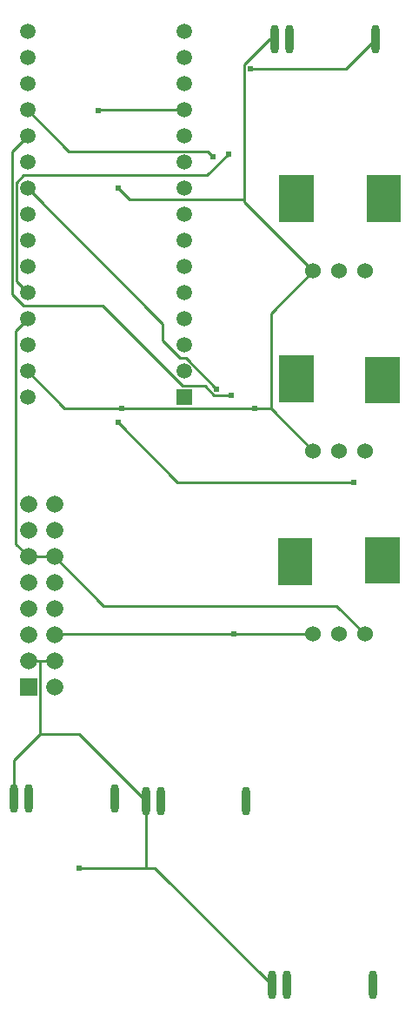
<source format=gbl>
G04 Layer: BottomLayer*
G04 EasyEDA v6.5.22, 2023-02-14 12:38:32*
G04 3ec02a8cd32b49f9a07c26a40bf890e6,7be1179030e74d40a97a3c751b95adb4,10*
G04 Gerber Generator version 0.2*
G04 Scale: 100 percent, Rotated: No, Reflected: No *
G04 Dimensions in millimeters *
G04 leading zeros omitted , absolute positions ,4 integer and 5 decimal *
%FSLAX45Y45*%
%MOMM*%

%AMMACRO1*21,1,$1,$2,0,0,$3*%
%ADD10C,0.2540*%
%ADD11C,1.6637*%
%ADD12MACRO1,1.6637X1.6637X0.0000*%
%ADD13C,1.5240*%
%ADD14O,1.499997X3.1999936*%
%ADD15O,0.7999984X2.7999944*%
%ADD16R,1.5080X1.5080*%
%ADD17C,1.5080*%
%ADD18C,0.6096*%

%LPD*%
D10*
X-3987800Y2920997D02*
G01*
X-4097731Y3030928D01*
X-4097731Y3989905D01*
X-4023639Y4063997D01*
X-2238222Y4063997D01*
X-2031136Y4271083D01*
X-1874545Y3831409D02*
G01*
X-2997123Y3831409D01*
X-3102914Y3937200D01*
X-1874545Y3831409D02*
G01*
X-1874545Y3808956D01*
X-1202486Y3136897D01*
X-1579092Y5384797D02*
G01*
X-1633423Y5384797D01*
X-1874545Y5143675D01*
X-1874545Y3831409D01*
X-3073400Y1795980D02*
G01*
X-1771904Y1795980D01*
X-3987800Y2158997D02*
G01*
X-3624783Y1795980D01*
X-3073400Y1795980D01*
X-1979168Y-393702D02*
G01*
X-3708400Y-393702D01*
X-3721100Y-406402D01*
X-1202486Y-393702D02*
G01*
X-1979168Y-393702D01*
X-2836392Y-2668551D02*
G01*
X-2836392Y-2019302D01*
X-1604492Y-3810002D02*
G01*
X-2745943Y-2668551D01*
X-2836392Y-2668551D01*
X-2836392Y-2668551D02*
G01*
X-3487673Y-2668551D01*
X-1614170Y1795980D02*
G01*
X-1202486Y1384297D01*
X-1771904Y1795980D02*
G01*
X-1614170Y1795980D01*
X-1202486Y3136897D02*
G01*
X-1614170Y2725214D01*
X-1614170Y1795980D01*
X-2836392Y-2019302D02*
G01*
X-3488181Y-1367513D01*
X-3863543Y-1367513D01*
X-3863543Y-1367513D02*
G01*
X-4119092Y-1623062D01*
X-4119092Y-1993902D01*
X-3863543Y-660402D02*
G01*
X-3863543Y-1367513D01*
X-3863543Y-660402D02*
G01*
X-3721100Y-660402D01*
X-3975100Y-660402D02*
G01*
X-3863543Y-660402D01*
X-3987800Y3936997D02*
G01*
X-2671902Y2621099D01*
X-2671902Y2459657D01*
X-2498242Y2285997D01*
X-2443835Y2285997D01*
X-2145436Y1987598D01*
X-3987800Y4444997D02*
G01*
X-4138523Y4294273D01*
X-4138523Y2906900D01*
X-4025620Y2793997D01*
X-3254959Y2793997D01*
X-2478557Y2017595D01*
X-2258263Y2017595D01*
X-2168956Y1928289D01*
X-2000402Y1928289D01*
X-2178761Y4246572D02*
G01*
X-2232304Y4300115D01*
X-3588918Y4300115D01*
X-3987800Y4698997D01*
X-811072Y1080335D02*
G01*
X-2527757Y1080335D01*
X-3107029Y1659608D01*
X-3721100Y355597D02*
G01*
X-3245434Y-120068D01*
X-976121Y-120068D01*
X-702487Y-393702D01*
X-3975100Y355597D02*
G01*
X-3721100Y355597D01*
X-3975100Y355597D02*
G01*
X-4100677Y481175D01*
X-4100677Y2554119D01*
X-3987800Y2666997D01*
X-599109Y5384797D02*
G01*
X-882167Y5101739D01*
X-1812188Y5101739D01*
X-2463800Y4698997D02*
G01*
X-3292525Y4698997D01*
X-3301136Y4690386D01*
G36*
X-1536700Y4064000D02*
G01*
X-1200150Y4064000D01*
X-1200150Y3613150D01*
X-1536700Y3613150D01*
G37*
G36*
X-685800Y4064000D02*
G01*
X-349250Y4064000D01*
X-349250Y3613150D01*
X-685800Y3613150D01*
G37*
G36*
X-1536700Y2311400D02*
G01*
X-1200150Y2311400D01*
X-1200150Y1860550D01*
X-1536700Y1860550D01*
G37*
G36*
X-698500Y2298700D02*
G01*
X-361950Y2298700D01*
X-361950Y1847850D01*
X-698500Y1847850D01*
G37*
G36*
X-1549400Y533400D02*
G01*
X-1212850Y533400D01*
X-1212850Y82550D01*
X-1549400Y82550D01*
G37*
G36*
X-698500Y546100D02*
G01*
X-361950Y546100D01*
X-361950Y95250D01*
X-698500Y95250D01*
G37*
D11*
G01*
X-3721100Y609600D03*
G01*
X-3975100Y609600D03*
G01*
X-3721100Y101600D03*
G01*
X-3975100Y101600D03*
G01*
X-3721100Y-152400D03*
G01*
X-3975100Y-152400D03*
G01*
X-3721100Y-406400D03*
G01*
X-3975100Y-406400D03*
G01*
X-3721100Y-660400D03*
G01*
X-3975100Y-660400D03*
G01*
X-3721100Y863600D03*
G01*
X-3975100Y863600D03*
G01*
X-3721100Y355600D03*
G01*
X-3975100Y355600D03*
G01*
X-3721100Y-914400D03*
D12*
G01*
X-3975100Y-914400D03*
D13*
G01*
X-1202486Y3136900D03*
G01*
X-952500Y3136900D03*
G01*
X-702487Y3136900D03*
D14*
G01*
X-522300Y3836746D03*
G01*
X-1382496Y3836898D03*
D13*
G01*
X-1202486Y1384300D03*
G01*
X-952500Y1384300D03*
G01*
X-702487Y1384300D03*
D14*
G01*
X-522300Y2084146D03*
G01*
X-1382496Y2084298D03*
D13*
G01*
X-1202486Y-393700D03*
G01*
X-952500Y-393700D03*
G01*
X-702487Y-393700D03*
D14*
G01*
X-522300Y306146D03*
G01*
X-1382496Y306298D03*
D15*
G01*
X-3971112Y-1993900D03*
G01*
X-3139109Y-1993900D03*
G01*
X-4119092Y-1993900D03*
G01*
X-2688412Y-2019300D03*
G01*
X-1856409Y-2019300D03*
G01*
X-2836392Y-2019300D03*
G01*
X-1431112Y5384800D03*
G01*
X-599109Y5384800D03*
G01*
X-1579092Y5384800D03*
G01*
X-1456512Y-3810000D03*
G01*
X-624509Y-3810000D03*
G01*
X-1604492Y-3810000D03*
D16*
G01*
X-2463800Y1905000D03*
D17*
G01*
X-2463800Y2159000D03*
G01*
X-2463800Y2413000D03*
G01*
X-2463800Y2667000D03*
G01*
X-2463800Y2921000D03*
G01*
X-2463800Y3175000D03*
G01*
X-2463800Y3429000D03*
G01*
X-2463800Y3683000D03*
G01*
X-2463800Y3937000D03*
G01*
X-2463800Y4191000D03*
G01*
X-2463800Y4445000D03*
G01*
X-2463800Y4699000D03*
G01*
X-3987800Y1905000D03*
G01*
X-3987800Y2159000D03*
G01*
X-3987800Y2413000D03*
G01*
X-3987800Y2667000D03*
G01*
X-3987800Y2921000D03*
G01*
X-3987800Y3175000D03*
G01*
X-3987800Y3683000D03*
G01*
X-3987800Y3937000D03*
G01*
X-3987800Y4445000D03*
G01*
X-3987800Y4699000D03*
G01*
X-3987800Y4191000D03*
G01*
X-3987800Y3429000D03*
G01*
X-2463800Y4953000D03*
G01*
X-2463800Y5207000D03*
G01*
X-2463800Y5461000D03*
G01*
X-3987800Y4953000D03*
G01*
X-3987800Y5207000D03*
G01*
X-3987800Y5461000D03*
D18*
G01*
X-2031136Y4271086D03*
G01*
X-3102914Y3937203D03*
G01*
X-3073400Y1795983D03*
G01*
X-1979168Y-393700D03*
G01*
X-3487673Y-2668549D03*
G01*
X-1771904Y1795983D03*
G01*
X-2145436Y1987600D03*
G01*
X-2000402Y1928291D03*
G01*
X-2178761Y4246575D03*
G01*
X-811072Y1080338D03*
G01*
X-3107029Y1659610D03*
G01*
X-1812188Y5101742D03*
G01*
X-3301136Y4690389D03*
M02*

</source>
